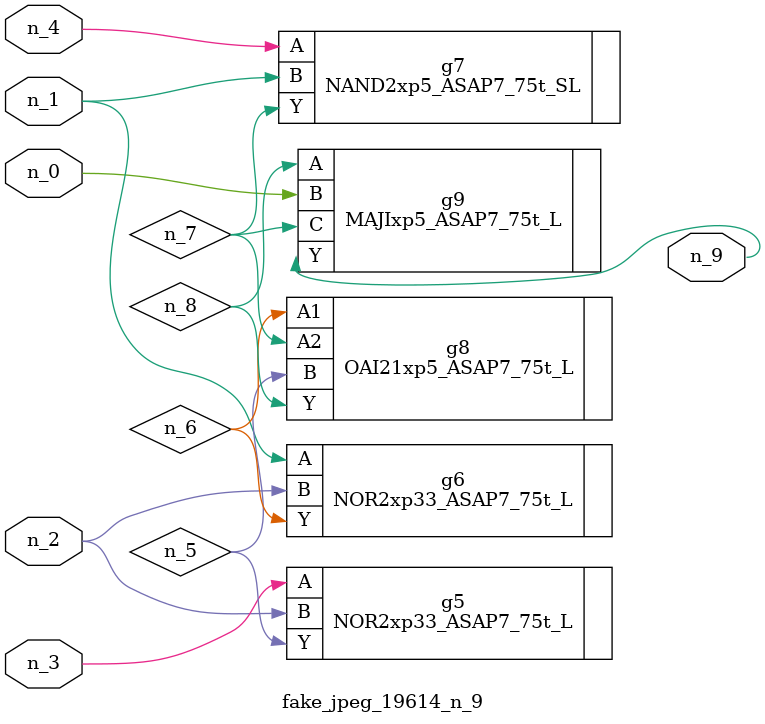
<source format=v>
module fake_jpeg_19614_n_9 (n_3, n_2, n_1, n_0, n_4, n_9);

input n_3;
input n_2;
input n_1;
input n_0;
input n_4;

output n_9;

wire n_8;
wire n_6;
wire n_5;
wire n_7;

NOR2xp33_ASAP7_75t_L g5 ( 
.A(n_3),
.B(n_2),
.Y(n_5)
);

NOR2xp33_ASAP7_75t_L g6 ( 
.A(n_1),
.B(n_2),
.Y(n_6)
);

NAND2xp5_ASAP7_75t_SL g7 ( 
.A(n_4),
.B(n_1),
.Y(n_7)
);

OAI21xp5_ASAP7_75t_L g8 ( 
.A1(n_6),
.A2(n_7),
.B(n_5),
.Y(n_8)
);

MAJIxp5_ASAP7_75t_L g9 ( 
.A(n_8),
.B(n_0),
.C(n_7),
.Y(n_9)
);


endmodule
</source>
